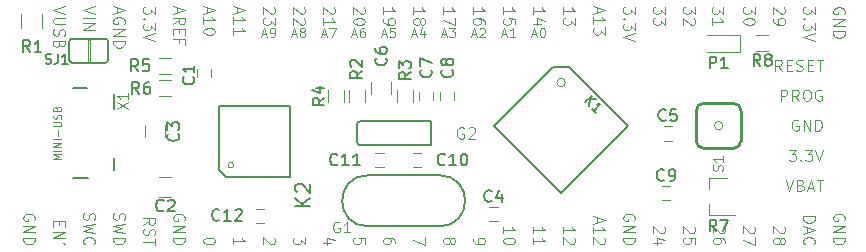
<source format=gbr>
G04 #@! TF.GenerationSoftware,KiCad,Pcbnew,(5.1.2)-2*
G04 #@! TF.CreationDate,2019-10-24T20:02:35-04:00*
G04 #@! TF.ProjectId,T32_ref,5433325f-7265-4662-9e6b-696361645f70,rev?*
G04 #@! TF.SameCoordinates,Original*
G04 #@! TF.FileFunction,Legend,Top*
G04 #@! TF.FilePolarity,Positive*
%FSLAX46Y46*%
G04 Gerber Fmt 4.6, Leading zero omitted, Abs format (unit mm)*
G04 Created by KiCad (PCBNEW (5.1.2)-2) date 2019-10-24 20:02:35*
%MOMM*%
%LPD*%
G04 APERTURE LIST*
%ADD10C,0.121920*%
%ADD11C,0.081280*%
%ADD12C,0.203200*%
%ADD13C,0.152400*%
%ADD14C,0.198120*%
%ADD15C,0.114300*%
%ADD16C,0.076200*%
%ADD17C,0.228600*%
%ADD18C,0.066040*%
%ADD19C,0.120000*%
%ADD20C,0.101600*%
%ADD21C,0.100000*%
%ADD22C,0.127000*%
%ADD23C,0.150000*%
%ADD24C,0.050800*%
G04 APERTURE END LIST*
D10*
X117279661Y-94887771D02*
X116314461Y-95209505D01*
X117279661Y-95531238D01*
X117279661Y-95852971D02*
X116498309Y-95852971D01*
X116406385Y-95898933D01*
X116360423Y-95944895D01*
X116314461Y-96036819D01*
X116314461Y-96220667D01*
X116360423Y-96312590D01*
X116406385Y-96358552D01*
X116498309Y-96404514D01*
X117279661Y-96404514D01*
X116360423Y-96818171D02*
X116314461Y-96956057D01*
X116314461Y-97185867D01*
X116360423Y-97277790D01*
X116406385Y-97323752D01*
X116498309Y-97369714D01*
X116590233Y-97369714D01*
X116682157Y-97323752D01*
X116728119Y-97277790D01*
X116774080Y-97185867D01*
X116820042Y-97002019D01*
X116866004Y-96910095D01*
X116911966Y-96864133D01*
X117003890Y-96818171D01*
X117095814Y-96818171D01*
X117187738Y-96864133D01*
X117233700Y-96910095D01*
X117279661Y-97002019D01*
X117279661Y-97231828D01*
X117233700Y-97369714D01*
X116820042Y-98105105D02*
X116774080Y-98242990D01*
X116728119Y-98288952D01*
X116636195Y-98334914D01*
X116498309Y-98334914D01*
X116406385Y-98288952D01*
X116360423Y-98242990D01*
X116314461Y-98151067D01*
X116314461Y-97783371D01*
X117279661Y-97783371D01*
X117279661Y-98105105D01*
X117233700Y-98197028D01*
X117187738Y-98242990D01*
X117095814Y-98288952D01*
X117003890Y-98288952D01*
X116911966Y-98242990D01*
X116866004Y-98197028D01*
X116820042Y-98105105D01*
X116820042Y-97783371D01*
X119819661Y-94887771D02*
X118854461Y-95209505D01*
X119819661Y-95531238D01*
X118854461Y-95852971D02*
X119819661Y-95852971D01*
X118854461Y-96312590D02*
X119819661Y-96312590D01*
X118854461Y-96864133D01*
X119819661Y-96864133D01*
X121670233Y-94979695D02*
X121670233Y-95439314D01*
X121394461Y-94887771D02*
X122359661Y-95209505D01*
X121394461Y-95531238D01*
X122313700Y-96358552D02*
X122359661Y-96266628D01*
X122359661Y-96128743D01*
X122313700Y-95990857D01*
X122221776Y-95898933D01*
X122129852Y-95852971D01*
X121946004Y-95807009D01*
X121808119Y-95807009D01*
X121624271Y-95852971D01*
X121532347Y-95898933D01*
X121440423Y-95990857D01*
X121394461Y-96128743D01*
X121394461Y-96220667D01*
X121440423Y-96358552D01*
X121486385Y-96404514D01*
X121808119Y-96404514D01*
X121808119Y-96220667D01*
X121394461Y-96818171D02*
X122359661Y-96818171D01*
X121394461Y-97369714D01*
X122359661Y-97369714D01*
X121394461Y-97829333D02*
X122359661Y-97829333D01*
X122359661Y-98059143D01*
X122313700Y-98197028D01*
X122221776Y-98288952D01*
X122129852Y-98334914D01*
X121946004Y-98380876D01*
X121808119Y-98380876D01*
X121624271Y-98334914D01*
X121532347Y-98288952D01*
X121440423Y-98197028D01*
X121394461Y-98059143D01*
X121394461Y-97829333D01*
X124899661Y-94933733D02*
X124899661Y-95531238D01*
X124531966Y-95209505D01*
X124531966Y-95347390D01*
X124486004Y-95439314D01*
X124440042Y-95485276D01*
X124348119Y-95531238D01*
X124118309Y-95531238D01*
X124026385Y-95485276D01*
X123980423Y-95439314D01*
X123934461Y-95347390D01*
X123934461Y-95071619D01*
X123980423Y-94979695D01*
X124026385Y-94933733D01*
X124026385Y-95944895D02*
X123980423Y-95990857D01*
X123934461Y-95944895D01*
X123980423Y-95898933D01*
X124026385Y-95944895D01*
X123934461Y-95944895D01*
X124899661Y-96312590D02*
X124899661Y-96910095D01*
X124531966Y-96588362D01*
X124531966Y-96726248D01*
X124486004Y-96818171D01*
X124440042Y-96864133D01*
X124348119Y-96910095D01*
X124118309Y-96910095D01*
X124026385Y-96864133D01*
X123980423Y-96818171D01*
X123934461Y-96726248D01*
X123934461Y-96450476D01*
X123980423Y-96358552D01*
X124026385Y-96312590D01*
X124899661Y-97185867D02*
X123934461Y-97507600D01*
X124899661Y-97829333D01*
X126750233Y-94979695D02*
X126750233Y-95439314D01*
X126474461Y-94887771D02*
X127439661Y-95209505D01*
X126474461Y-95531238D01*
X126474461Y-96404514D02*
X126934080Y-96082781D01*
X126474461Y-95852971D02*
X127439661Y-95852971D01*
X127439661Y-96220667D01*
X127393700Y-96312590D01*
X127347738Y-96358552D01*
X127255814Y-96404514D01*
X127117928Y-96404514D01*
X127026004Y-96358552D01*
X126980042Y-96312590D01*
X126934080Y-96220667D01*
X126934080Y-95852971D01*
X126980042Y-96818171D02*
X126980042Y-97139905D01*
X126474461Y-97277790D02*
X126474461Y-96818171D01*
X127439661Y-96818171D01*
X127439661Y-97277790D01*
X126980042Y-98013181D02*
X126980042Y-97691448D01*
X126474461Y-97691448D02*
X127439661Y-97691448D01*
X127439661Y-98151067D01*
X129290233Y-94979695D02*
X129290233Y-95439314D01*
X129014461Y-94887771D02*
X129979661Y-95209505D01*
X129014461Y-95531238D01*
X129014461Y-96358552D02*
X129014461Y-95807009D01*
X129014461Y-96082781D02*
X129979661Y-96082781D01*
X129841776Y-95990857D01*
X129749852Y-95898933D01*
X129703890Y-95807009D01*
X129979661Y-96956057D02*
X129979661Y-97047981D01*
X129933700Y-97139905D01*
X129887738Y-97185867D01*
X129795814Y-97231828D01*
X129611966Y-97277790D01*
X129382157Y-97277790D01*
X129198309Y-97231828D01*
X129106385Y-97185867D01*
X129060423Y-97139905D01*
X129014461Y-97047981D01*
X129014461Y-96956057D01*
X129060423Y-96864133D01*
X129106385Y-96818171D01*
X129198309Y-96772209D01*
X129382157Y-96726248D01*
X129611966Y-96726248D01*
X129795814Y-96772209D01*
X129887738Y-96818171D01*
X129933700Y-96864133D01*
X129979661Y-96956057D01*
X131830233Y-94979695D02*
X131830233Y-95439314D01*
X131554461Y-94887771D02*
X132519661Y-95209505D01*
X131554461Y-95531238D01*
X131554461Y-96358552D02*
X131554461Y-95807009D01*
X131554461Y-96082781D02*
X132519661Y-96082781D01*
X132381776Y-95990857D01*
X132289852Y-95898933D01*
X132243890Y-95807009D01*
X131554461Y-97277790D02*
X131554461Y-96726248D01*
X131554461Y-97002019D02*
X132519661Y-97002019D01*
X132381776Y-96910095D01*
X132289852Y-96818171D01*
X132243890Y-96726248D01*
X134967738Y-94979695D02*
X135013700Y-95025657D01*
X135059661Y-95117581D01*
X135059661Y-95347390D01*
X135013700Y-95439314D01*
X134967738Y-95485276D01*
X134875814Y-95531238D01*
X134783890Y-95531238D01*
X134646004Y-95485276D01*
X134094461Y-94933733D01*
X134094461Y-95531238D01*
X135059661Y-95852971D02*
X135059661Y-96450476D01*
X134691966Y-96128743D01*
X134691966Y-96266628D01*
X134646004Y-96358552D01*
X134600042Y-96404514D01*
X134508119Y-96450476D01*
X134278309Y-96450476D01*
X134186385Y-96404514D01*
X134140423Y-96358552D01*
X134094461Y-96266628D01*
X134094461Y-95990857D01*
X134140423Y-95898933D01*
X134186385Y-95852971D01*
X137507738Y-94979695D02*
X137553700Y-95025657D01*
X137599661Y-95117581D01*
X137599661Y-95347390D01*
X137553700Y-95439314D01*
X137507738Y-95485276D01*
X137415814Y-95531238D01*
X137323890Y-95531238D01*
X137186004Y-95485276D01*
X136634461Y-94933733D01*
X136634461Y-95531238D01*
X137507738Y-95898933D02*
X137553700Y-95944895D01*
X137599661Y-96036819D01*
X137599661Y-96266628D01*
X137553700Y-96358552D01*
X137507738Y-96404514D01*
X137415814Y-96450476D01*
X137323890Y-96450476D01*
X137186004Y-96404514D01*
X136634461Y-95852971D01*
X136634461Y-96450476D01*
X140047738Y-94979695D02*
X140093700Y-95025657D01*
X140139661Y-95117581D01*
X140139661Y-95347390D01*
X140093700Y-95439314D01*
X140047738Y-95485276D01*
X139955814Y-95531238D01*
X139863890Y-95531238D01*
X139726004Y-95485276D01*
X139174461Y-94933733D01*
X139174461Y-95531238D01*
X139174461Y-96450476D02*
X139174461Y-95898933D01*
X139174461Y-96174705D02*
X140139661Y-96174705D01*
X140001776Y-96082781D01*
X139909852Y-95990857D01*
X139863890Y-95898933D01*
X142587738Y-94979695D02*
X142633700Y-95025657D01*
X142679661Y-95117581D01*
X142679661Y-95347390D01*
X142633700Y-95439314D01*
X142587738Y-95485276D01*
X142495814Y-95531238D01*
X142403890Y-95531238D01*
X142266004Y-95485276D01*
X141714461Y-94933733D01*
X141714461Y-95531238D01*
X142679661Y-96128743D02*
X142679661Y-96220667D01*
X142633700Y-96312590D01*
X142587738Y-96358552D01*
X142495814Y-96404514D01*
X142311966Y-96450476D01*
X142082157Y-96450476D01*
X141898309Y-96404514D01*
X141806385Y-96358552D01*
X141760423Y-96312590D01*
X141714461Y-96220667D01*
X141714461Y-96128743D01*
X141760423Y-96036819D01*
X141806385Y-95990857D01*
X141898309Y-95944895D01*
X142082157Y-95898933D01*
X142311966Y-95898933D01*
X142495814Y-95944895D01*
X142587738Y-95990857D01*
X142633700Y-96036819D01*
X142679661Y-96128743D01*
X144254461Y-95531238D02*
X144254461Y-94979695D01*
X144254461Y-95255467D02*
X145219661Y-95255467D01*
X145081776Y-95163543D01*
X144989852Y-95071619D01*
X144943890Y-94979695D01*
X144254461Y-95990857D02*
X144254461Y-96174705D01*
X144300423Y-96266628D01*
X144346385Y-96312590D01*
X144484271Y-96404514D01*
X144668119Y-96450476D01*
X145035814Y-96450476D01*
X145127738Y-96404514D01*
X145173700Y-96358552D01*
X145219661Y-96266628D01*
X145219661Y-96082781D01*
X145173700Y-95990857D01*
X145127738Y-95944895D01*
X145035814Y-95898933D01*
X144806004Y-95898933D01*
X144714080Y-95944895D01*
X144668119Y-95990857D01*
X144622157Y-96082781D01*
X144622157Y-96266628D01*
X144668119Y-96358552D01*
X144714080Y-96404514D01*
X144806004Y-96450476D01*
X146794461Y-95531238D02*
X146794461Y-94979695D01*
X146794461Y-95255467D02*
X147759661Y-95255467D01*
X147621776Y-95163543D01*
X147529852Y-95071619D01*
X147483890Y-94979695D01*
X147346004Y-96082781D02*
X147391966Y-95990857D01*
X147437928Y-95944895D01*
X147529852Y-95898933D01*
X147575814Y-95898933D01*
X147667738Y-95944895D01*
X147713700Y-95990857D01*
X147759661Y-96082781D01*
X147759661Y-96266628D01*
X147713700Y-96358552D01*
X147667738Y-96404514D01*
X147575814Y-96450476D01*
X147529852Y-96450476D01*
X147437928Y-96404514D01*
X147391966Y-96358552D01*
X147346004Y-96266628D01*
X147346004Y-96082781D01*
X147300042Y-95990857D01*
X147254080Y-95944895D01*
X147162157Y-95898933D01*
X146978309Y-95898933D01*
X146886385Y-95944895D01*
X146840423Y-95990857D01*
X146794461Y-96082781D01*
X146794461Y-96266628D01*
X146840423Y-96358552D01*
X146886385Y-96404514D01*
X146978309Y-96450476D01*
X147162157Y-96450476D01*
X147254080Y-96404514D01*
X147300042Y-96358552D01*
X147346004Y-96266628D01*
X149334461Y-95531238D02*
X149334461Y-94979695D01*
X149334461Y-95255467D02*
X150299661Y-95255467D01*
X150161776Y-95163543D01*
X150069852Y-95071619D01*
X150023890Y-94979695D01*
X150299661Y-95852971D02*
X150299661Y-96496438D01*
X149334461Y-96082781D01*
X151874461Y-95531238D02*
X151874461Y-94979695D01*
X151874461Y-95255467D02*
X152839661Y-95255467D01*
X152701776Y-95163543D01*
X152609852Y-95071619D01*
X152563890Y-94979695D01*
X152839661Y-96358552D02*
X152839661Y-96174705D01*
X152793700Y-96082781D01*
X152747738Y-96036819D01*
X152609852Y-95944895D01*
X152426004Y-95898933D01*
X152058309Y-95898933D01*
X151966385Y-95944895D01*
X151920423Y-95990857D01*
X151874461Y-96082781D01*
X151874461Y-96266628D01*
X151920423Y-96358552D01*
X151966385Y-96404514D01*
X152058309Y-96450476D01*
X152288119Y-96450476D01*
X152380042Y-96404514D01*
X152426004Y-96358552D01*
X152471966Y-96266628D01*
X152471966Y-96082781D01*
X152426004Y-95990857D01*
X152380042Y-95944895D01*
X152288119Y-95898933D01*
X154414461Y-95531238D02*
X154414461Y-94979695D01*
X154414461Y-95255467D02*
X155379661Y-95255467D01*
X155241776Y-95163543D01*
X155149852Y-95071619D01*
X155103890Y-94979695D01*
X155379661Y-96404514D02*
X155379661Y-95944895D01*
X154920042Y-95898933D01*
X154966004Y-95944895D01*
X155011966Y-96036819D01*
X155011966Y-96266628D01*
X154966004Y-96358552D01*
X154920042Y-96404514D01*
X154828119Y-96450476D01*
X154598309Y-96450476D01*
X154506385Y-96404514D01*
X154460423Y-96358552D01*
X154414461Y-96266628D01*
X154414461Y-96036819D01*
X154460423Y-95944895D01*
X154506385Y-95898933D01*
X156954461Y-95531238D02*
X156954461Y-94979695D01*
X156954461Y-95255467D02*
X157919661Y-95255467D01*
X157781776Y-95163543D01*
X157689852Y-95071619D01*
X157643890Y-94979695D01*
X157597928Y-96358552D02*
X156954461Y-96358552D01*
X157965623Y-96128743D02*
X157276195Y-95898933D01*
X157276195Y-96496438D01*
X159494461Y-95531238D02*
X159494461Y-94979695D01*
X159494461Y-95255467D02*
X160459661Y-95255467D01*
X160321776Y-95163543D01*
X160229852Y-95071619D01*
X160183890Y-94979695D01*
X160459661Y-95852971D02*
X160459661Y-96450476D01*
X160091966Y-96128743D01*
X160091966Y-96266628D01*
X160046004Y-96358552D01*
X160000042Y-96404514D01*
X159908119Y-96450476D01*
X159678309Y-96450476D01*
X159586385Y-96404514D01*
X159540423Y-96358552D01*
X159494461Y-96266628D01*
X159494461Y-95990857D01*
X159540423Y-95898933D01*
X159586385Y-95852971D01*
X162310233Y-94979695D02*
X162310233Y-95439314D01*
X162034461Y-94887771D02*
X162999661Y-95209505D01*
X162034461Y-95531238D01*
X162034461Y-96358552D02*
X162034461Y-95807009D01*
X162034461Y-96082781D02*
X162999661Y-96082781D01*
X162861776Y-95990857D01*
X162769852Y-95898933D01*
X162723890Y-95807009D01*
X162999661Y-96680286D02*
X162999661Y-97277790D01*
X162631966Y-96956057D01*
X162631966Y-97093943D01*
X162586004Y-97185867D01*
X162540042Y-97231828D01*
X162448119Y-97277790D01*
X162218309Y-97277790D01*
X162126385Y-97231828D01*
X162080423Y-97185867D01*
X162034461Y-97093943D01*
X162034461Y-96818171D01*
X162080423Y-96726248D01*
X162126385Y-96680286D01*
X165539661Y-94933733D02*
X165539661Y-95531238D01*
X165171966Y-95209505D01*
X165171966Y-95347390D01*
X165126004Y-95439314D01*
X165080042Y-95485276D01*
X164988119Y-95531238D01*
X164758309Y-95531238D01*
X164666385Y-95485276D01*
X164620423Y-95439314D01*
X164574461Y-95347390D01*
X164574461Y-95071619D01*
X164620423Y-94979695D01*
X164666385Y-94933733D01*
X164666385Y-95944895D02*
X164620423Y-95990857D01*
X164574461Y-95944895D01*
X164620423Y-95898933D01*
X164666385Y-95944895D01*
X164574461Y-95944895D01*
X165539661Y-96312590D02*
X165539661Y-96910095D01*
X165171966Y-96588362D01*
X165171966Y-96726248D01*
X165126004Y-96818171D01*
X165080042Y-96864133D01*
X164988119Y-96910095D01*
X164758309Y-96910095D01*
X164666385Y-96864133D01*
X164620423Y-96818171D01*
X164574461Y-96726248D01*
X164574461Y-96450476D01*
X164620423Y-96358552D01*
X164666385Y-96312590D01*
X165539661Y-97185867D02*
X164574461Y-97507600D01*
X165539661Y-97829333D01*
X168079661Y-94933733D02*
X168079661Y-95531238D01*
X167711966Y-95209505D01*
X167711966Y-95347390D01*
X167666004Y-95439314D01*
X167620042Y-95485276D01*
X167528119Y-95531238D01*
X167298309Y-95531238D01*
X167206385Y-95485276D01*
X167160423Y-95439314D01*
X167114461Y-95347390D01*
X167114461Y-95071619D01*
X167160423Y-94979695D01*
X167206385Y-94933733D01*
X168079661Y-95852971D02*
X168079661Y-96450476D01*
X167711966Y-96128743D01*
X167711966Y-96266628D01*
X167666004Y-96358552D01*
X167620042Y-96404514D01*
X167528119Y-96450476D01*
X167298309Y-96450476D01*
X167206385Y-96404514D01*
X167160423Y-96358552D01*
X167114461Y-96266628D01*
X167114461Y-95990857D01*
X167160423Y-95898933D01*
X167206385Y-95852971D01*
X170619661Y-94933733D02*
X170619661Y-95531238D01*
X170251966Y-95209505D01*
X170251966Y-95347390D01*
X170206004Y-95439314D01*
X170160042Y-95485276D01*
X170068119Y-95531238D01*
X169838309Y-95531238D01*
X169746385Y-95485276D01*
X169700423Y-95439314D01*
X169654461Y-95347390D01*
X169654461Y-95071619D01*
X169700423Y-94979695D01*
X169746385Y-94933733D01*
X170527738Y-95898933D02*
X170573700Y-95944895D01*
X170619661Y-96036819D01*
X170619661Y-96266628D01*
X170573700Y-96358552D01*
X170527738Y-96404514D01*
X170435814Y-96450476D01*
X170343890Y-96450476D01*
X170206004Y-96404514D01*
X169654461Y-95852971D01*
X169654461Y-96450476D01*
X173032661Y-94933733D02*
X173032661Y-95531238D01*
X172664966Y-95209505D01*
X172664966Y-95347390D01*
X172619004Y-95439314D01*
X172573042Y-95485276D01*
X172481119Y-95531238D01*
X172251309Y-95531238D01*
X172159385Y-95485276D01*
X172113423Y-95439314D01*
X172067461Y-95347390D01*
X172067461Y-95071619D01*
X172113423Y-94979695D01*
X172159385Y-94933733D01*
X172067461Y-96450476D02*
X172067461Y-95898933D01*
X172067461Y-96174705D02*
X173032661Y-96174705D01*
X172894776Y-96082781D01*
X172802852Y-95990857D01*
X172756890Y-95898933D01*
X175699661Y-94933733D02*
X175699661Y-95531238D01*
X175331966Y-95209505D01*
X175331966Y-95347390D01*
X175286004Y-95439314D01*
X175240042Y-95485276D01*
X175148119Y-95531238D01*
X174918309Y-95531238D01*
X174826385Y-95485276D01*
X174780423Y-95439314D01*
X174734461Y-95347390D01*
X174734461Y-95071619D01*
X174780423Y-94979695D01*
X174826385Y-94933733D01*
X175699661Y-96128743D02*
X175699661Y-96220667D01*
X175653700Y-96312590D01*
X175607738Y-96358552D01*
X175515814Y-96404514D01*
X175331966Y-96450476D01*
X175102157Y-96450476D01*
X174918309Y-96404514D01*
X174826385Y-96358552D01*
X174780423Y-96312590D01*
X174734461Y-96220667D01*
X174734461Y-96128743D01*
X174780423Y-96036819D01*
X174826385Y-95990857D01*
X174918309Y-95944895D01*
X175102157Y-95898933D01*
X175331966Y-95898933D01*
X175515814Y-95944895D01*
X175607738Y-95990857D01*
X175653700Y-96036819D01*
X175699661Y-96128743D01*
X178147738Y-94979695D02*
X178193700Y-95025657D01*
X178239661Y-95117581D01*
X178239661Y-95347390D01*
X178193700Y-95439314D01*
X178147738Y-95485276D01*
X178055814Y-95531238D01*
X177963890Y-95531238D01*
X177826004Y-95485276D01*
X177274461Y-94933733D01*
X177274461Y-95531238D01*
X177274461Y-95990857D02*
X177274461Y-96174705D01*
X177320423Y-96266628D01*
X177366385Y-96312590D01*
X177504271Y-96404514D01*
X177688119Y-96450476D01*
X178055814Y-96450476D01*
X178147738Y-96404514D01*
X178193700Y-96358552D01*
X178239661Y-96266628D01*
X178239661Y-96082781D01*
X178193700Y-95990857D01*
X178147738Y-95944895D01*
X178055814Y-95898933D01*
X177826004Y-95898933D01*
X177734080Y-95944895D01*
X177688119Y-95990857D01*
X177642157Y-96082781D01*
X177642157Y-96266628D01*
X177688119Y-96358552D01*
X177734080Y-96404514D01*
X177826004Y-96450476D01*
X180779661Y-94933733D02*
X180779661Y-95531238D01*
X180411966Y-95209505D01*
X180411966Y-95347390D01*
X180366004Y-95439314D01*
X180320042Y-95485276D01*
X180228119Y-95531238D01*
X179998309Y-95531238D01*
X179906385Y-95485276D01*
X179860423Y-95439314D01*
X179814461Y-95347390D01*
X179814461Y-95071619D01*
X179860423Y-94979695D01*
X179906385Y-94933733D01*
X179906385Y-95944895D02*
X179860423Y-95990857D01*
X179814461Y-95944895D01*
X179860423Y-95898933D01*
X179906385Y-95944895D01*
X179814461Y-95944895D01*
X180779661Y-96312590D02*
X180779661Y-96910095D01*
X180411966Y-96588362D01*
X180411966Y-96726248D01*
X180366004Y-96818171D01*
X180320042Y-96864133D01*
X180228119Y-96910095D01*
X179998309Y-96910095D01*
X179906385Y-96864133D01*
X179860423Y-96818171D01*
X179814461Y-96726248D01*
X179814461Y-96450476D01*
X179860423Y-96358552D01*
X179906385Y-96312590D01*
X180779661Y-97185867D02*
X179814461Y-97507600D01*
X180779661Y-97829333D01*
X183273700Y-95531238D02*
X183319661Y-95439314D01*
X183319661Y-95301428D01*
X183273700Y-95163543D01*
X183181776Y-95071619D01*
X183089852Y-95025657D01*
X182906004Y-94979695D01*
X182768119Y-94979695D01*
X182584271Y-95025657D01*
X182492347Y-95071619D01*
X182400423Y-95163543D01*
X182354461Y-95301428D01*
X182354461Y-95393352D01*
X182400423Y-95531238D01*
X182446385Y-95577200D01*
X182768119Y-95577200D01*
X182768119Y-95393352D01*
X182354461Y-95990857D02*
X183319661Y-95990857D01*
X182354461Y-96542400D01*
X183319661Y-96542400D01*
X182354461Y-97002019D02*
X183319661Y-97002019D01*
X183319661Y-97231828D01*
X183273700Y-97369714D01*
X183181776Y-97461638D01*
X183089852Y-97507600D01*
X182906004Y-97553562D01*
X182768119Y-97553562D01*
X182584271Y-97507600D01*
X182492347Y-97461638D01*
X182400423Y-97369714D01*
X182354461Y-97231828D01*
X182354461Y-97002019D01*
X183273700Y-113005180D02*
X183319661Y-112913256D01*
X183319661Y-112775371D01*
X183273700Y-112637485D01*
X183181776Y-112545561D01*
X183089852Y-112499599D01*
X182906004Y-112453637D01*
X182768119Y-112453637D01*
X182584271Y-112499599D01*
X182492347Y-112545561D01*
X182400423Y-112637485D01*
X182354461Y-112775371D01*
X182354461Y-112867294D01*
X182400423Y-113005180D01*
X182446385Y-113051142D01*
X182768119Y-113051142D01*
X182768119Y-112867294D01*
X182354461Y-113464799D02*
X183319661Y-113464799D01*
X182354461Y-114016342D01*
X183319661Y-114016342D01*
X182354461Y-114475961D02*
X183319661Y-114475961D01*
X183319661Y-114705771D01*
X183273700Y-114843656D01*
X183181776Y-114935580D01*
X183089852Y-114981542D01*
X182906004Y-115027504D01*
X182768119Y-115027504D01*
X182584271Y-114981542D01*
X182492347Y-114935580D01*
X182400423Y-114843656D01*
X182354461Y-114705771D01*
X182354461Y-114475961D01*
X179814461Y-112683447D02*
X180779661Y-112683447D01*
X180779661Y-112913256D01*
X180733700Y-113051142D01*
X180641776Y-113143066D01*
X180549852Y-113189028D01*
X180366004Y-113234990D01*
X180228119Y-113234990D01*
X180044271Y-113189028D01*
X179952347Y-113143066D01*
X179860423Y-113051142D01*
X179814461Y-112913256D01*
X179814461Y-112683447D01*
X180090233Y-113602685D02*
X180090233Y-114062304D01*
X179814461Y-113510761D02*
X180779661Y-113832494D01*
X179814461Y-114154228D01*
X179906385Y-115027504D02*
X179860423Y-114981542D01*
X179814461Y-114843656D01*
X179814461Y-114751732D01*
X179860423Y-114613847D01*
X179952347Y-114521923D01*
X180044271Y-114475961D01*
X180228119Y-114429999D01*
X180366004Y-114429999D01*
X180549852Y-114475961D01*
X180641776Y-114521923D01*
X180733700Y-114613847D01*
X180779661Y-114751732D01*
X180779661Y-114843656D01*
X180733700Y-114981542D01*
X180687738Y-115027504D01*
X178147738Y-113556723D02*
X178193700Y-113602685D01*
X178239661Y-113694609D01*
X178239661Y-113924418D01*
X178193700Y-114016342D01*
X178147738Y-114062304D01*
X178055814Y-114108266D01*
X177963890Y-114108266D01*
X177826004Y-114062304D01*
X177274461Y-113510761D01*
X177274461Y-114108266D01*
X177826004Y-114659809D02*
X177871966Y-114567885D01*
X177917928Y-114521923D01*
X178009852Y-114475961D01*
X178055814Y-114475961D01*
X178147738Y-114521923D01*
X178193700Y-114567885D01*
X178239661Y-114659809D01*
X178239661Y-114843656D01*
X178193700Y-114935580D01*
X178147738Y-114981542D01*
X178055814Y-115027504D01*
X178009852Y-115027504D01*
X177917928Y-114981542D01*
X177871966Y-114935580D01*
X177826004Y-114843656D01*
X177826004Y-114659809D01*
X177780042Y-114567885D01*
X177734080Y-114521923D01*
X177642157Y-114475961D01*
X177458309Y-114475961D01*
X177366385Y-114521923D01*
X177320423Y-114567885D01*
X177274461Y-114659809D01*
X177274461Y-114843656D01*
X177320423Y-114935580D01*
X177366385Y-114981542D01*
X177458309Y-115027504D01*
X177642157Y-115027504D01*
X177734080Y-114981542D01*
X177780042Y-114935580D01*
X177826004Y-114843656D01*
X175607738Y-113556723D02*
X175653700Y-113602685D01*
X175699661Y-113694609D01*
X175699661Y-113924418D01*
X175653700Y-114016342D01*
X175607738Y-114062304D01*
X175515814Y-114108266D01*
X175423890Y-114108266D01*
X175286004Y-114062304D01*
X174734461Y-113510761D01*
X174734461Y-114108266D01*
X175699661Y-114429999D02*
X175699661Y-115073466D01*
X174734461Y-114659809D01*
X173067738Y-113556723D02*
X173113700Y-113602685D01*
X173159661Y-113694609D01*
X173159661Y-113924418D01*
X173113700Y-114016342D01*
X173067738Y-114062304D01*
X172975814Y-114108266D01*
X172883890Y-114108266D01*
X172746004Y-114062304D01*
X172194461Y-113510761D01*
X172194461Y-114108266D01*
X173159661Y-114935580D02*
X173159661Y-114751732D01*
X173113700Y-114659809D01*
X173067738Y-114613847D01*
X172929852Y-114521923D01*
X172746004Y-114475961D01*
X172378309Y-114475961D01*
X172286385Y-114521923D01*
X172240423Y-114567885D01*
X172194461Y-114659809D01*
X172194461Y-114843656D01*
X172240423Y-114935580D01*
X172286385Y-114981542D01*
X172378309Y-115027504D01*
X172608119Y-115027504D01*
X172700042Y-114981542D01*
X172746004Y-114935580D01*
X172791966Y-114843656D01*
X172791966Y-114659809D01*
X172746004Y-114567885D01*
X172700042Y-114521923D01*
X172608119Y-114475961D01*
X170527738Y-113556723D02*
X170573700Y-113602685D01*
X170619661Y-113694609D01*
X170619661Y-113924418D01*
X170573700Y-114016342D01*
X170527738Y-114062304D01*
X170435814Y-114108266D01*
X170343890Y-114108266D01*
X170206004Y-114062304D01*
X169654461Y-113510761D01*
X169654461Y-114108266D01*
X170619661Y-114981542D02*
X170619661Y-114521923D01*
X170160042Y-114475961D01*
X170206004Y-114521923D01*
X170251966Y-114613847D01*
X170251966Y-114843656D01*
X170206004Y-114935580D01*
X170160042Y-114981542D01*
X170068119Y-115027504D01*
X169838309Y-115027504D01*
X169746385Y-114981542D01*
X169700423Y-114935580D01*
X169654461Y-114843656D01*
X169654461Y-114613847D01*
X169700423Y-114521923D01*
X169746385Y-114475961D01*
X167987738Y-113556723D02*
X168033700Y-113602685D01*
X168079661Y-113694609D01*
X168079661Y-113924418D01*
X168033700Y-114016342D01*
X167987738Y-114062304D01*
X167895814Y-114108266D01*
X167803890Y-114108266D01*
X167666004Y-114062304D01*
X167114461Y-113510761D01*
X167114461Y-114108266D01*
X167757928Y-114935580D02*
X167114461Y-114935580D01*
X168125623Y-114705771D02*
X167436195Y-114475961D01*
X167436195Y-115073466D01*
X165493700Y-113005180D02*
X165539661Y-112913256D01*
X165539661Y-112775371D01*
X165493700Y-112637485D01*
X165401776Y-112545561D01*
X165309852Y-112499599D01*
X165126004Y-112453637D01*
X164988119Y-112453637D01*
X164804271Y-112499599D01*
X164712347Y-112545561D01*
X164620423Y-112637485D01*
X164574461Y-112775371D01*
X164574461Y-112867294D01*
X164620423Y-113005180D01*
X164666385Y-113051142D01*
X164988119Y-113051142D01*
X164988119Y-112867294D01*
X164574461Y-113464799D02*
X165539661Y-113464799D01*
X164574461Y-114016342D01*
X165539661Y-114016342D01*
X164574461Y-114475961D02*
X165539661Y-114475961D01*
X165539661Y-114705771D01*
X165493700Y-114843656D01*
X165401776Y-114935580D01*
X165309852Y-114981542D01*
X165126004Y-115027504D01*
X164988119Y-115027504D01*
X164804271Y-114981542D01*
X164712347Y-114935580D01*
X164620423Y-114843656D01*
X164574461Y-114705771D01*
X164574461Y-114475961D01*
X162310233Y-112729409D02*
X162310233Y-113189028D01*
X162034461Y-112637485D02*
X162999661Y-112959218D01*
X162034461Y-113280952D01*
X162034461Y-114108266D02*
X162034461Y-113556723D01*
X162034461Y-113832494D02*
X162999661Y-113832494D01*
X162861776Y-113740571D01*
X162769852Y-113648647D01*
X162723890Y-113556723D01*
X162907738Y-114475961D02*
X162953700Y-114521923D01*
X162999661Y-114613847D01*
X162999661Y-114843656D01*
X162953700Y-114935580D01*
X162907738Y-114981542D01*
X162815814Y-115027504D01*
X162723890Y-115027504D01*
X162586004Y-114981542D01*
X162034461Y-114429999D01*
X162034461Y-115027504D01*
X159494461Y-114108266D02*
X159494461Y-113556723D01*
X159494461Y-113832494D02*
X160459661Y-113832494D01*
X160321776Y-113740571D01*
X160229852Y-113648647D01*
X160183890Y-113556723D01*
X160367738Y-114475961D02*
X160413700Y-114521923D01*
X160459661Y-114613847D01*
X160459661Y-114843656D01*
X160413700Y-114935580D01*
X160367738Y-114981542D01*
X160275814Y-115027504D01*
X160183890Y-115027504D01*
X160046004Y-114981542D01*
X159494461Y-114429999D01*
X159494461Y-115027504D01*
X156954461Y-114108266D02*
X156954461Y-113556723D01*
X156954461Y-113832494D02*
X157919661Y-113832494D01*
X157781776Y-113740571D01*
X157689852Y-113648647D01*
X157643890Y-113556723D01*
X156954461Y-115027504D02*
X156954461Y-114475961D01*
X156954461Y-114751732D02*
X157919661Y-114751732D01*
X157781776Y-114659809D01*
X157689852Y-114567885D01*
X157643890Y-114475961D01*
X154414461Y-114108266D02*
X154414461Y-113556723D01*
X154414461Y-113832494D02*
X155379661Y-113832494D01*
X155241776Y-113740571D01*
X155149852Y-113648647D01*
X155103890Y-113556723D01*
X155379661Y-114705771D02*
X155379661Y-114797694D01*
X155333700Y-114889618D01*
X155287738Y-114935580D01*
X155195814Y-114981542D01*
X155011966Y-115027504D01*
X154782157Y-115027504D01*
X154598309Y-114981542D01*
X154506385Y-114935580D01*
X154460423Y-114889618D01*
X154414461Y-114797694D01*
X154414461Y-114705771D01*
X154460423Y-114613847D01*
X154506385Y-114567885D01*
X154598309Y-114521923D01*
X154782157Y-114475961D01*
X155011966Y-114475961D01*
X155195814Y-114521923D01*
X155287738Y-114567885D01*
X155333700Y-114613847D01*
X155379661Y-114705771D01*
X151874461Y-114567885D02*
X151874461Y-114751732D01*
X151920423Y-114843656D01*
X151966385Y-114889618D01*
X152104271Y-114981542D01*
X152288119Y-115027504D01*
X152655814Y-115027504D01*
X152747738Y-114981542D01*
X152793700Y-114935580D01*
X152839661Y-114843656D01*
X152839661Y-114659809D01*
X152793700Y-114567885D01*
X152747738Y-114521923D01*
X152655814Y-114475961D01*
X152426004Y-114475961D01*
X152334080Y-114521923D01*
X152288119Y-114567885D01*
X152242157Y-114659809D01*
X152242157Y-114843656D01*
X152288119Y-114935580D01*
X152334080Y-114981542D01*
X152426004Y-115027504D01*
X149886004Y-114659809D02*
X149931966Y-114567885D01*
X149977928Y-114521923D01*
X150069852Y-114475961D01*
X150115814Y-114475961D01*
X150207738Y-114521923D01*
X150253700Y-114567885D01*
X150299661Y-114659809D01*
X150299661Y-114843656D01*
X150253700Y-114935580D01*
X150207738Y-114981542D01*
X150115814Y-115027504D01*
X150069852Y-115027504D01*
X149977928Y-114981542D01*
X149931966Y-114935580D01*
X149886004Y-114843656D01*
X149886004Y-114659809D01*
X149840042Y-114567885D01*
X149794080Y-114521923D01*
X149702157Y-114475961D01*
X149518309Y-114475961D01*
X149426385Y-114521923D01*
X149380423Y-114567885D01*
X149334461Y-114659809D01*
X149334461Y-114843656D01*
X149380423Y-114935580D01*
X149426385Y-114981542D01*
X149518309Y-115027504D01*
X149702157Y-115027504D01*
X149794080Y-114981542D01*
X149840042Y-114935580D01*
X149886004Y-114843656D01*
X147759661Y-114429999D02*
X147759661Y-115073466D01*
X146794461Y-114659809D01*
X145219661Y-114935580D02*
X145219661Y-114751732D01*
X145173700Y-114659809D01*
X145127738Y-114613847D01*
X144989852Y-114521923D01*
X144806004Y-114475961D01*
X144438309Y-114475961D01*
X144346385Y-114521923D01*
X144300423Y-114567885D01*
X144254461Y-114659809D01*
X144254461Y-114843656D01*
X144300423Y-114935580D01*
X144346385Y-114981542D01*
X144438309Y-115027504D01*
X144668119Y-115027504D01*
X144760042Y-114981542D01*
X144806004Y-114935580D01*
X144851966Y-114843656D01*
X144851966Y-114659809D01*
X144806004Y-114567885D01*
X144760042Y-114521923D01*
X144668119Y-114475961D01*
X142679661Y-114981542D02*
X142679661Y-114521923D01*
X142220042Y-114475961D01*
X142266004Y-114521923D01*
X142311966Y-114613847D01*
X142311966Y-114843656D01*
X142266004Y-114935580D01*
X142220042Y-114981542D01*
X142128119Y-115027504D01*
X141898309Y-115027504D01*
X141806385Y-114981542D01*
X141760423Y-114935580D01*
X141714461Y-114843656D01*
X141714461Y-114613847D01*
X141760423Y-114521923D01*
X141806385Y-114475961D01*
X139817928Y-114935580D02*
X139174461Y-114935580D01*
X140185623Y-114705771D02*
X139496195Y-114475961D01*
X139496195Y-115073466D01*
X137599661Y-114429999D02*
X137599661Y-115027504D01*
X137231966Y-114705771D01*
X137231966Y-114843656D01*
X137186004Y-114935580D01*
X137140042Y-114981542D01*
X137048119Y-115027504D01*
X136818309Y-115027504D01*
X136726385Y-114981542D01*
X136680423Y-114935580D01*
X136634461Y-114843656D01*
X136634461Y-114567885D01*
X136680423Y-114475961D01*
X136726385Y-114429999D01*
X134967738Y-114475961D02*
X135013700Y-114521923D01*
X135059661Y-114613847D01*
X135059661Y-114843656D01*
X135013700Y-114935580D01*
X134967738Y-114981542D01*
X134875814Y-115027504D01*
X134783890Y-115027504D01*
X134646004Y-114981542D01*
X134094461Y-114429999D01*
X134094461Y-115027504D01*
X131554461Y-115027504D02*
X131554461Y-114475961D01*
X131554461Y-114751732D02*
X132519661Y-114751732D01*
X132381776Y-114659809D01*
X132289852Y-114567885D01*
X132243890Y-114475961D01*
X129979661Y-114705771D02*
X129979661Y-114797694D01*
X129933700Y-114889618D01*
X129887738Y-114935580D01*
X129795814Y-114981542D01*
X129611966Y-115027504D01*
X129382157Y-115027504D01*
X129198309Y-114981542D01*
X129106385Y-114935580D01*
X129060423Y-114889618D01*
X129014461Y-114797694D01*
X129014461Y-114705771D01*
X129060423Y-114613847D01*
X129106385Y-114567885D01*
X129198309Y-114521923D01*
X129382157Y-114475961D01*
X129611966Y-114475961D01*
X129795814Y-114521923D01*
X129887738Y-114567885D01*
X129933700Y-114613847D01*
X129979661Y-114705771D01*
X127393700Y-113005180D02*
X127439661Y-112913256D01*
X127439661Y-112775371D01*
X127393700Y-112637485D01*
X127301776Y-112545561D01*
X127209852Y-112499599D01*
X127026004Y-112453637D01*
X126888119Y-112453637D01*
X126704271Y-112499599D01*
X126612347Y-112545561D01*
X126520423Y-112637485D01*
X126474461Y-112775371D01*
X126474461Y-112867294D01*
X126520423Y-113005180D01*
X126566385Y-113051142D01*
X126888119Y-113051142D01*
X126888119Y-112867294D01*
X126474461Y-113464799D02*
X127439661Y-113464799D01*
X126474461Y-114016342D01*
X127439661Y-114016342D01*
X126474461Y-114475961D02*
X127439661Y-114475961D01*
X127439661Y-114705771D01*
X127393700Y-114843656D01*
X127301776Y-114935580D01*
X127209852Y-114981542D01*
X127026004Y-115027504D01*
X126888119Y-115027504D01*
X126704271Y-114981542D01*
X126612347Y-114935580D01*
X126520423Y-114843656D01*
X126474461Y-114705771D01*
X126474461Y-114475961D01*
X123934461Y-113372875D02*
X124394080Y-113051142D01*
X123934461Y-112821332D02*
X124899661Y-112821332D01*
X124899661Y-113189028D01*
X124853700Y-113280952D01*
X124807738Y-113326913D01*
X124715814Y-113372875D01*
X124577928Y-113372875D01*
X124486004Y-113326913D01*
X124440042Y-113280952D01*
X124394080Y-113189028D01*
X124394080Y-112821332D01*
X123980423Y-113740571D02*
X123934461Y-113878456D01*
X123934461Y-114108266D01*
X123980423Y-114200190D01*
X124026385Y-114246152D01*
X124118309Y-114292113D01*
X124210233Y-114292113D01*
X124302157Y-114246152D01*
X124348119Y-114200190D01*
X124394080Y-114108266D01*
X124440042Y-113924418D01*
X124486004Y-113832494D01*
X124531966Y-113786532D01*
X124623890Y-113740571D01*
X124715814Y-113740571D01*
X124807738Y-113786532D01*
X124853700Y-113832494D01*
X124899661Y-113924418D01*
X124899661Y-114154228D01*
X124853700Y-114292113D01*
X124899661Y-114567885D02*
X124899661Y-115119428D01*
X123934461Y-114843656D02*
X124899661Y-114843656D01*
X121440423Y-112407675D02*
X121394461Y-112545561D01*
X121394461Y-112775371D01*
X121440423Y-112867294D01*
X121486385Y-112913256D01*
X121578309Y-112959218D01*
X121670233Y-112959218D01*
X121762157Y-112913256D01*
X121808119Y-112867294D01*
X121854080Y-112775371D01*
X121900042Y-112591523D01*
X121946004Y-112499599D01*
X121991966Y-112453637D01*
X122083890Y-112407675D01*
X122175814Y-112407675D01*
X122267738Y-112453637D01*
X122313700Y-112499599D01*
X122359661Y-112591523D01*
X122359661Y-112821332D01*
X122313700Y-112959218D01*
X122359661Y-113280952D02*
X121394461Y-113510761D01*
X122083890Y-113694609D01*
X121394461Y-113878456D01*
X122359661Y-114108266D01*
X121394461Y-114475961D02*
X122359661Y-114475961D01*
X122359661Y-114705771D01*
X122313700Y-114843656D01*
X122221776Y-114935580D01*
X122129852Y-114981542D01*
X121946004Y-115027504D01*
X121808119Y-115027504D01*
X121624271Y-114981542D01*
X121532347Y-114935580D01*
X121440423Y-114843656D01*
X121394461Y-114705771D01*
X121394461Y-114475961D01*
X118900423Y-112407675D02*
X118854461Y-112545561D01*
X118854461Y-112775371D01*
X118900423Y-112867294D01*
X118946385Y-112913256D01*
X119038309Y-112959218D01*
X119130233Y-112959218D01*
X119222157Y-112913256D01*
X119268119Y-112867294D01*
X119314080Y-112775371D01*
X119360042Y-112591523D01*
X119406004Y-112499599D01*
X119451966Y-112453637D01*
X119543890Y-112407675D01*
X119635814Y-112407675D01*
X119727738Y-112453637D01*
X119773700Y-112499599D01*
X119819661Y-112591523D01*
X119819661Y-112821332D01*
X119773700Y-112959218D01*
X119819661Y-113280952D02*
X118854461Y-113510761D01*
X119543890Y-113694609D01*
X118854461Y-113878456D01*
X119819661Y-114108266D01*
X118946385Y-115027504D02*
X118900423Y-114981542D01*
X118854461Y-114843656D01*
X118854461Y-114751732D01*
X118900423Y-114613847D01*
X118992347Y-114521923D01*
X119084271Y-114475961D01*
X119268119Y-114429999D01*
X119406004Y-114429999D01*
X119589852Y-114475961D01*
X119681776Y-114521923D01*
X119773700Y-114613847D01*
X119819661Y-114751732D01*
X119819661Y-114843656D01*
X119773700Y-114981542D01*
X119727738Y-115027504D01*
X116820042Y-113097104D02*
X116820042Y-113418837D01*
X116314461Y-113556723D02*
X116314461Y-113097104D01*
X117279661Y-113097104D01*
X117279661Y-113556723D01*
X116314461Y-113970380D02*
X117279661Y-113970380D01*
X116314461Y-114521923D01*
X117279661Y-114521923D01*
X117279661Y-115027504D02*
X117095814Y-114935580D01*
X114693700Y-113005180D02*
X114739661Y-112913256D01*
X114739661Y-112775371D01*
X114693700Y-112637485D01*
X114601776Y-112545561D01*
X114509852Y-112499599D01*
X114326004Y-112453637D01*
X114188119Y-112453637D01*
X114004271Y-112499599D01*
X113912347Y-112545561D01*
X113820423Y-112637485D01*
X113774461Y-112775371D01*
X113774461Y-112867294D01*
X113820423Y-113005180D01*
X113866385Y-113051142D01*
X114188119Y-113051142D01*
X114188119Y-112867294D01*
X113774461Y-113464799D02*
X114739661Y-113464799D01*
X113774461Y-114016342D01*
X114739661Y-114016342D01*
X113774461Y-114475961D02*
X114739661Y-114475961D01*
X114739661Y-114705771D01*
X114693700Y-114843656D01*
X114601776Y-114935580D01*
X114509852Y-114981542D01*
X114326004Y-115027504D01*
X114188119Y-115027504D01*
X114004271Y-114981542D01*
X113912347Y-114935580D01*
X113820423Y-114843656D01*
X113774461Y-114705771D01*
X113774461Y-114475961D01*
X177983823Y-100360238D02*
X177662090Y-99900619D01*
X177432280Y-100360238D02*
X177432280Y-99395038D01*
X177799975Y-99395038D01*
X177891899Y-99441000D01*
X177937861Y-99486961D01*
X177983823Y-99578885D01*
X177983823Y-99716771D01*
X177937861Y-99808695D01*
X177891899Y-99854657D01*
X177799975Y-99900619D01*
X177432280Y-99900619D01*
X178397480Y-99854657D02*
X178719213Y-99854657D01*
X178857099Y-100360238D02*
X178397480Y-100360238D01*
X178397480Y-99395038D01*
X178857099Y-99395038D01*
X179224794Y-100314276D02*
X179362680Y-100360238D01*
X179592490Y-100360238D01*
X179684413Y-100314276D01*
X179730375Y-100268314D01*
X179776337Y-100176390D01*
X179776337Y-100084466D01*
X179730375Y-99992542D01*
X179684413Y-99946580D01*
X179592490Y-99900619D01*
X179408642Y-99854657D01*
X179316718Y-99808695D01*
X179270756Y-99762733D01*
X179224794Y-99670809D01*
X179224794Y-99578885D01*
X179270756Y-99486961D01*
X179316718Y-99441000D01*
X179408642Y-99395038D01*
X179638452Y-99395038D01*
X179776337Y-99441000D01*
X180189994Y-99854657D02*
X180511728Y-99854657D01*
X180649613Y-100360238D02*
X180189994Y-100360238D01*
X180189994Y-99395038D01*
X180649613Y-99395038D01*
X180925385Y-99395038D02*
X181476928Y-99395038D01*
X181201156Y-100360238D02*
X181201156Y-99395038D01*
X177891899Y-102900238D02*
X177891899Y-101935038D01*
X178259594Y-101935038D01*
X178351518Y-101981000D01*
X178397480Y-102026961D01*
X178443442Y-102118885D01*
X178443442Y-102256771D01*
X178397480Y-102348695D01*
X178351518Y-102394657D01*
X178259594Y-102440619D01*
X177891899Y-102440619D01*
X179408642Y-102900238D02*
X179086909Y-102440619D01*
X178857099Y-102900238D02*
X178857099Y-101935038D01*
X179224794Y-101935038D01*
X179316718Y-101981000D01*
X179362680Y-102026961D01*
X179408642Y-102118885D01*
X179408642Y-102256771D01*
X179362680Y-102348695D01*
X179316718Y-102394657D01*
X179224794Y-102440619D01*
X178857099Y-102440619D01*
X180006147Y-101935038D02*
X180189994Y-101935038D01*
X180281918Y-101981000D01*
X180373842Y-102072923D01*
X180419804Y-102256771D01*
X180419804Y-102578504D01*
X180373842Y-102762352D01*
X180281918Y-102854276D01*
X180189994Y-102900238D01*
X180006147Y-102900238D01*
X179914223Y-102854276D01*
X179822299Y-102762352D01*
X179776337Y-102578504D01*
X179776337Y-102256771D01*
X179822299Y-102072923D01*
X179914223Y-101981000D01*
X180006147Y-101935038D01*
X181339042Y-101981000D02*
X181247118Y-101935038D01*
X181109232Y-101935038D01*
X180971347Y-101981000D01*
X180879423Y-102072923D01*
X180833461Y-102164847D01*
X180787499Y-102348695D01*
X180787499Y-102486580D01*
X180833461Y-102670428D01*
X180879423Y-102762352D01*
X180971347Y-102854276D01*
X181109232Y-102900238D01*
X181201156Y-102900238D01*
X181339042Y-102854276D01*
X181385004Y-102808314D01*
X181385004Y-102486580D01*
X181201156Y-102486580D01*
X179362680Y-104521000D02*
X179270756Y-104475038D01*
X179132871Y-104475038D01*
X178994985Y-104521000D01*
X178903061Y-104612923D01*
X178857099Y-104704847D01*
X178811137Y-104888695D01*
X178811137Y-105026580D01*
X178857099Y-105210428D01*
X178903061Y-105302352D01*
X178994985Y-105394276D01*
X179132871Y-105440238D01*
X179224794Y-105440238D01*
X179362680Y-105394276D01*
X179408642Y-105348314D01*
X179408642Y-105026580D01*
X179224794Y-105026580D01*
X179822299Y-105440238D02*
X179822299Y-104475038D01*
X180373842Y-105440238D01*
X180373842Y-104475038D01*
X180833461Y-105440238D02*
X180833461Y-104475038D01*
X181063271Y-104475038D01*
X181201156Y-104521000D01*
X181293080Y-104612923D01*
X181339042Y-104704847D01*
X181385004Y-104888695D01*
X181385004Y-105026580D01*
X181339042Y-105210428D01*
X181293080Y-105302352D01*
X181201156Y-105394276D01*
X181063271Y-105440238D01*
X180833461Y-105440238D01*
X178581328Y-107015038D02*
X179178832Y-107015038D01*
X178857099Y-107382733D01*
X178994985Y-107382733D01*
X179086909Y-107428695D01*
X179132871Y-107474657D01*
X179178832Y-107566580D01*
X179178832Y-107796390D01*
X179132871Y-107888314D01*
X179086909Y-107934276D01*
X178994985Y-107980238D01*
X178719213Y-107980238D01*
X178627290Y-107934276D01*
X178581328Y-107888314D01*
X179592490Y-107888314D02*
X179638452Y-107934276D01*
X179592490Y-107980238D01*
X179546528Y-107934276D01*
X179592490Y-107888314D01*
X179592490Y-107980238D01*
X179960185Y-107015038D02*
X180557690Y-107015038D01*
X180235956Y-107382733D01*
X180373842Y-107382733D01*
X180465766Y-107428695D01*
X180511728Y-107474657D01*
X180557690Y-107566580D01*
X180557690Y-107796390D01*
X180511728Y-107888314D01*
X180465766Y-107934276D01*
X180373842Y-107980238D01*
X180098071Y-107980238D01*
X180006147Y-107934276D01*
X179960185Y-107888314D01*
X180833461Y-107015038D02*
X181155194Y-107980238D01*
X181476928Y-107015038D01*
X178305556Y-109555038D02*
X178627290Y-110520238D01*
X178949023Y-109555038D01*
X179592490Y-110014657D02*
X179730375Y-110060619D01*
X179776337Y-110106580D01*
X179822299Y-110198504D01*
X179822299Y-110336390D01*
X179776337Y-110428314D01*
X179730375Y-110474276D01*
X179638452Y-110520238D01*
X179270756Y-110520238D01*
X179270756Y-109555038D01*
X179592490Y-109555038D01*
X179684413Y-109601000D01*
X179730375Y-109646961D01*
X179776337Y-109738885D01*
X179776337Y-109830809D01*
X179730375Y-109922733D01*
X179684413Y-109968695D01*
X179592490Y-110014657D01*
X179270756Y-110014657D01*
X180189994Y-110244466D02*
X180649613Y-110244466D01*
X180098071Y-110520238D02*
X180419804Y-109555038D01*
X180741537Y-110520238D01*
X180925385Y-109555038D02*
X181476928Y-109555038D01*
X181201156Y-110520238D02*
X181201156Y-109555038D01*
D11*
X133979557Y-97263373D02*
X134347252Y-97263373D01*
X133906018Y-97483990D02*
X134163404Y-96711830D01*
X134420791Y-97483990D01*
X134714947Y-97483990D02*
X134862025Y-97483990D01*
X134935564Y-97447220D01*
X134972334Y-97410451D01*
X135045873Y-97300142D01*
X135082642Y-97153064D01*
X135082642Y-96858908D01*
X135045873Y-96785369D01*
X135009103Y-96748600D01*
X134935564Y-96711830D01*
X134788486Y-96711830D01*
X134714947Y-96748600D01*
X134678178Y-96785369D01*
X134641408Y-96858908D01*
X134641408Y-97042756D01*
X134678178Y-97116295D01*
X134714947Y-97153064D01*
X134788486Y-97189834D01*
X134935564Y-97189834D01*
X135009103Y-97153064D01*
X135045873Y-97116295D01*
X135082642Y-97042756D01*
X136519557Y-97263373D02*
X136887252Y-97263373D01*
X136446018Y-97483990D02*
X136703404Y-96711830D01*
X136960791Y-97483990D01*
X137328486Y-97042756D02*
X137254947Y-97005986D01*
X137218178Y-96969217D01*
X137181408Y-96895678D01*
X137181408Y-96858908D01*
X137218178Y-96785369D01*
X137254947Y-96748600D01*
X137328486Y-96711830D01*
X137475564Y-96711830D01*
X137549103Y-96748600D01*
X137585873Y-96785369D01*
X137622642Y-96858908D01*
X137622642Y-96895678D01*
X137585873Y-96969217D01*
X137549103Y-97005986D01*
X137475564Y-97042756D01*
X137328486Y-97042756D01*
X137254947Y-97079525D01*
X137218178Y-97116295D01*
X137181408Y-97189834D01*
X137181408Y-97336912D01*
X137218178Y-97410451D01*
X137254947Y-97447220D01*
X137328486Y-97483990D01*
X137475564Y-97483990D01*
X137549103Y-97447220D01*
X137585873Y-97410451D01*
X137622642Y-97336912D01*
X137622642Y-97189834D01*
X137585873Y-97116295D01*
X137549103Y-97079525D01*
X137475564Y-97042756D01*
X139059557Y-97263373D02*
X139427252Y-97263373D01*
X138986018Y-97483990D02*
X139243404Y-96711830D01*
X139500791Y-97483990D01*
X139684639Y-96711830D02*
X140199412Y-96711830D01*
X139868486Y-97483990D01*
X141599557Y-97263373D02*
X141967252Y-97263373D01*
X141526018Y-97483990D02*
X141783404Y-96711830D01*
X142040791Y-97483990D01*
X142629103Y-96711830D02*
X142482025Y-96711830D01*
X142408486Y-96748600D01*
X142371717Y-96785369D01*
X142298178Y-96895678D01*
X142261408Y-97042756D01*
X142261408Y-97336912D01*
X142298178Y-97410451D01*
X142334947Y-97447220D01*
X142408486Y-97483990D01*
X142555564Y-97483990D01*
X142629103Y-97447220D01*
X142665873Y-97410451D01*
X142702642Y-97336912D01*
X142702642Y-97153064D01*
X142665873Y-97079525D01*
X142629103Y-97042756D01*
X142555564Y-97005986D01*
X142408486Y-97005986D01*
X142334947Y-97042756D01*
X142298178Y-97079525D01*
X142261408Y-97153064D01*
X144139557Y-97263373D02*
X144507252Y-97263373D01*
X144066018Y-97483990D02*
X144323404Y-96711830D01*
X144580791Y-97483990D01*
X145205873Y-96711830D02*
X144838178Y-96711830D01*
X144801408Y-97079525D01*
X144838178Y-97042756D01*
X144911717Y-97005986D01*
X145095564Y-97005986D01*
X145169103Y-97042756D01*
X145205873Y-97079525D01*
X145242642Y-97153064D01*
X145242642Y-97336912D01*
X145205873Y-97410451D01*
X145169103Y-97447220D01*
X145095564Y-97483990D01*
X144911717Y-97483990D01*
X144838178Y-97447220D01*
X144801408Y-97410451D01*
X146679557Y-97263373D02*
X147047252Y-97263373D01*
X146606018Y-97483990D02*
X146863404Y-96711830D01*
X147120791Y-97483990D01*
X147709103Y-96969217D02*
X147709103Y-97483990D01*
X147525256Y-96675060D02*
X147341408Y-97226603D01*
X147819412Y-97226603D01*
X149219557Y-97263373D02*
X149587252Y-97263373D01*
X149146018Y-97483990D02*
X149403404Y-96711830D01*
X149660791Y-97483990D01*
X149844639Y-96711830D02*
X150322642Y-96711830D01*
X150065256Y-97005986D01*
X150175564Y-97005986D01*
X150249103Y-97042756D01*
X150285873Y-97079525D01*
X150322642Y-97153064D01*
X150322642Y-97336912D01*
X150285873Y-97410451D01*
X150249103Y-97447220D01*
X150175564Y-97483990D01*
X149954947Y-97483990D01*
X149881408Y-97447220D01*
X149844639Y-97410451D01*
X151759557Y-97263373D02*
X152127252Y-97263373D01*
X151686018Y-97483990D02*
X151943404Y-96711830D01*
X152200791Y-97483990D01*
X152421408Y-96785369D02*
X152458178Y-96748600D01*
X152531717Y-96711830D01*
X152715564Y-96711830D01*
X152789103Y-96748600D01*
X152825873Y-96785369D01*
X152862642Y-96858908D01*
X152862642Y-96932447D01*
X152825873Y-97042756D01*
X152384639Y-97483990D01*
X152862642Y-97483990D01*
X154299557Y-97263373D02*
X154667252Y-97263373D01*
X154226018Y-97483990D02*
X154483404Y-96711830D01*
X154740791Y-97483990D01*
X155402642Y-97483990D02*
X154961408Y-97483990D01*
X155182025Y-97483990D02*
X155182025Y-96711830D01*
X155108486Y-96822139D01*
X155034947Y-96895678D01*
X154961408Y-96932447D01*
X156839557Y-97263373D02*
X157207252Y-97263373D01*
X156766018Y-97483990D02*
X157023404Y-96711830D01*
X157280791Y-97483990D01*
X157685256Y-96711830D02*
X157758795Y-96711830D01*
X157832334Y-96748600D01*
X157869103Y-96785369D01*
X157905873Y-96858908D01*
X157942642Y-97005986D01*
X157942642Y-97189834D01*
X157905873Y-97336912D01*
X157869103Y-97410451D01*
X157832334Y-97447220D01*
X157758795Y-97483990D01*
X157685256Y-97483990D01*
X157611717Y-97447220D01*
X157574947Y-97410451D01*
X157538178Y-97336912D01*
X157501408Y-97189834D01*
X157501408Y-97005986D01*
X157538178Y-96858908D01*
X157574947Y-96785369D01*
X157611717Y-96748600D01*
X157685256Y-96711830D01*
D12*
X149009100Y-109194600D02*
X142913100Y-109194600D01*
X149009100Y-113512600D02*
X142913100Y-113512600D01*
X149009100Y-113512600D02*
G75*
G03X149009100Y-109194600I0J2159000D01*
G01*
X142913100Y-109194600D02*
G75*
G03X142913100Y-113512600I0J-2159000D01*
G01*
D13*
X142024100Y-106400600D02*
X142024100Y-104876600D01*
X148247100Y-104622600D02*
X142278100Y-104622600D01*
X148247100Y-106654600D02*
X142278100Y-106654600D01*
X148247100Y-104622600D02*
X148247100Y-106654600D01*
X142278100Y-104622600D02*
G75*
G03X142024100Y-104876600I0J-254000D01*
G01*
X142024100Y-106400600D02*
G75*
G03X142278100Y-106654600I254000J0D01*
G01*
D14*
X158590252Y-100055479D02*
X153642131Y-105003600D01*
X153642131Y-105003600D02*
X159296100Y-110657569D01*
X159296100Y-110657569D02*
X164950069Y-105003600D01*
X164950069Y-105003600D02*
X160001948Y-100055479D01*
X160001948Y-100055479D02*
X158590252Y-100055479D01*
D15*
X159655310Y-101328879D02*
G75*
G03X159655310Y-101328879I-359210J0D01*
G01*
D13*
X130324860Y-103337360D02*
X136324340Y-103337360D01*
X136324340Y-103337360D02*
X136324340Y-109336840D01*
X136324340Y-109336840D02*
X130926840Y-109336840D01*
X130324860Y-108734860D02*
X130324860Y-103337360D01*
X130324860Y-108734860D02*
X130926840Y-109336840D01*
D16*
X131569883Y-108336080D02*
G75*
G03X131569883Y-108336080I-244263J0D01*
G01*
D17*
X174536100Y-106273600D02*
X174536100Y-103733600D01*
X173901100Y-103098600D02*
X171361100Y-103098600D01*
X170726100Y-103733600D02*
X170726100Y-106273600D01*
X171361100Y-106908600D02*
X173901100Y-106908600D01*
D15*
X172990310Y-105003600D02*
G75*
G03X172990310Y-105003600I-359210J0D01*
G01*
D17*
X174536100Y-103733600D02*
G75*
G03X173901100Y-103098600I-635000J0D01*
G01*
X171361100Y-103098600D02*
G75*
G03X170726100Y-103733600I0J-635000D01*
G01*
X170726100Y-106273600D02*
G75*
G03X171361100Y-106908600I635000J0D01*
G01*
X173901100Y-106908600D02*
G75*
G03X174536100Y-106273600I0J635000D01*
G01*
D18*
X119223800Y-99564400D02*
X119376200Y-99564400D01*
X119376200Y-99564400D02*
X119376200Y-97735600D01*
X119223800Y-97735600D02*
X119376200Y-97735600D01*
X119223800Y-99564400D02*
X119223800Y-97735600D01*
D12*
X120697000Y-99666000D02*
X117903000Y-99666000D01*
X120951000Y-99412000D02*
X120951000Y-97888000D01*
X117649000Y-99412000D02*
X117649000Y-97888000D01*
X117903000Y-97634000D02*
X120697000Y-97634000D01*
X120951000Y-97888000D02*
G75*
G03X120697000Y-97634000I-254000J0D01*
G01*
X117903000Y-97634000D02*
G75*
G03X117649000Y-97888000I0J-254000D01*
G01*
X117649000Y-99412000D02*
G75*
G03X117903000Y-99666000I254000J0D01*
G01*
X120697000Y-99666000D02*
G75*
G03X120951000Y-99412000I0J254000D01*
G01*
D14*
X117952780Y-101828600D02*
X119151660Y-101828600D01*
X121424960Y-102339140D02*
X121424960Y-103540560D01*
X121424960Y-107736640D02*
X121424960Y-108737400D01*
X119250720Y-109448600D02*
X117952780Y-109448600D01*
D19*
X128475000Y-100900000D02*
X128475000Y-100200000D01*
X129675000Y-100200000D02*
X129675000Y-100900000D01*
X153225000Y-111900000D02*
X153925000Y-111900000D01*
X153925000Y-113100000D02*
X153225000Y-113100000D01*
X148475000Y-102125000D02*
X148475000Y-102825000D01*
X147275000Y-102825000D02*
X147275000Y-102125000D01*
X149050000Y-102825000D02*
X149050000Y-102125000D01*
X150250000Y-102125000D02*
X150250000Y-102825000D01*
X167825000Y-110125000D02*
X168525000Y-110125000D01*
X168525000Y-111325000D02*
X167825000Y-111325000D01*
X147450000Y-108525000D02*
X146750000Y-108525000D01*
X146750000Y-107325000D02*
X147450000Y-107325000D01*
X143575000Y-107325000D02*
X144275000Y-107325000D01*
X144275000Y-108525000D02*
X143575000Y-108525000D01*
X133425000Y-112025000D02*
X134125000Y-112025000D01*
X134125000Y-113225000D02*
X133425000Y-113225000D01*
X125275000Y-111050000D02*
X126275000Y-111050000D01*
X126275000Y-109350000D02*
X125275000Y-109350000D01*
X125725000Y-105950000D02*
X125725000Y-104950000D01*
X124025000Y-104950000D02*
X124025000Y-105950000D01*
X167975000Y-105050000D02*
X168675000Y-105050000D01*
X168675000Y-106250000D02*
X167975000Y-106250000D01*
X144900000Y-102325000D02*
X144900000Y-101325000D01*
X143200000Y-101325000D02*
X143200000Y-102325000D01*
X174425000Y-98725000D02*
X174425000Y-97325000D01*
X174425000Y-97325000D02*
X171625000Y-97325000D01*
X174425000Y-98725000D02*
X171625000Y-98725000D01*
X115355000Y-95525000D02*
X115355000Y-96725000D01*
X113595000Y-96725000D02*
X113595000Y-95525000D01*
X141320000Y-102950000D02*
X141320000Y-101950000D01*
X142680000Y-101950000D02*
X142680000Y-102950000D01*
X146780000Y-101975000D02*
X146780000Y-102975000D01*
X145420000Y-102975000D02*
X145420000Y-101975000D01*
X140926100Y-101963600D02*
X140926100Y-102963600D01*
X139566100Y-102963600D02*
X139566100Y-101963600D01*
X126275000Y-100605000D02*
X125275000Y-100605000D01*
X125275000Y-99245000D02*
X126275000Y-99245000D01*
X126275000Y-102505000D02*
X125275000Y-102505000D01*
X125275000Y-101145000D02*
X126275000Y-101145000D01*
X175825000Y-97345000D02*
X176825000Y-97345000D01*
X176825000Y-98705000D02*
X175825000Y-98705000D01*
X171840000Y-109420000D02*
X171840000Y-110350000D01*
X171840000Y-112580000D02*
X171840000Y-111650000D01*
X171840000Y-112580000D02*
X174000000Y-112580000D01*
X171840000Y-109420000D02*
X173300000Y-109420000D01*
D20*
X140509500Y-113155500D02*
X140424833Y-113113166D01*
X140297833Y-113113166D01*
X140170833Y-113155500D01*
X140086166Y-113240166D01*
X140043833Y-113324833D01*
X140001500Y-113494166D01*
X140001500Y-113621166D01*
X140043833Y-113790500D01*
X140086166Y-113875166D01*
X140170833Y-113959833D01*
X140297833Y-114002166D01*
X140382500Y-114002166D01*
X140509500Y-113959833D01*
X140551833Y-113917500D01*
X140551833Y-113621166D01*
X140382500Y-113621166D01*
X141398500Y-114002166D02*
X140890500Y-114002166D01*
X141144500Y-114002166D02*
X141144500Y-113113166D01*
X141059833Y-113240166D01*
X140975166Y-113324833D01*
X140890500Y-113367166D01*
D21*
X151035714Y-105150000D02*
X150940476Y-105102380D01*
X150797619Y-105102380D01*
X150654761Y-105150000D01*
X150559523Y-105245238D01*
X150511904Y-105340476D01*
X150464285Y-105530952D01*
X150464285Y-105673809D01*
X150511904Y-105864285D01*
X150559523Y-105959523D01*
X150654761Y-106054761D01*
X150797619Y-106102380D01*
X150892857Y-106102380D01*
X151035714Y-106054761D01*
X151083333Y-106007142D01*
X151083333Y-105673809D01*
X150892857Y-105673809D01*
X151464285Y-105197619D02*
X151511904Y-105150000D01*
X151607142Y-105102380D01*
X151845238Y-105102380D01*
X151940476Y-105150000D01*
X151988095Y-105197619D01*
X152035714Y-105292857D01*
X152035714Y-105388095D01*
X151988095Y-105530952D01*
X151416666Y-106102380D01*
X152035714Y-106102380D01*
D22*
X161341888Y-103021785D02*
X161916624Y-102447049D01*
X161670308Y-103350206D02*
X161752414Y-102775470D01*
X162245045Y-102775470D02*
X161588203Y-102775470D01*
X162217676Y-103897574D02*
X161889256Y-103569153D01*
X162053466Y-103733363D02*
X162628202Y-103158627D01*
X162491360Y-103185996D01*
X162381887Y-103185996D01*
X162299781Y-103158627D01*
X138074523Y-111837380D02*
X136804523Y-111837380D01*
X138074523Y-111111666D02*
X137348809Y-111655952D01*
X136804523Y-111111666D02*
X137530238Y-111837380D01*
X136925476Y-110627857D02*
X136865000Y-110567380D01*
X136804523Y-110446428D01*
X136804523Y-110144047D01*
X136865000Y-110023095D01*
X136925476Y-109962619D01*
X137046428Y-109902142D01*
X137167380Y-109902142D01*
X137348809Y-109962619D01*
X138074523Y-110688333D01*
X138074523Y-109902142D01*
D16*
X172928990Y-108819276D02*
X172967695Y-108703161D01*
X172967695Y-108509638D01*
X172928990Y-108432228D01*
X172890285Y-108393523D01*
X172812876Y-108354819D01*
X172735466Y-108354819D01*
X172658057Y-108393523D01*
X172619352Y-108432228D01*
X172580647Y-108509638D01*
X172541942Y-108664457D01*
X172503238Y-108741866D01*
X172464533Y-108780571D01*
X172387123Y-108819276D01*
X172309714Y-108819276D01*
X172232304Y-108780571D01*
X172193600Y-108741866D01*
X172154895Y-108664457D01*
X172154895Y-108470933D01*
X172193600Y-108354819D01*
X172967695Y-107580723D02*
X172967695Y-108045180D01*
X172967695Y-107812952D02*
X172154895Y-107812952D01*
X172271009Y-107890361D01*
X172348419Y-107967771D01*
X172387123Y-108045180D01*
D23*
D13*
X115654985Y-99700390D02*
X115771100Y-99739095D01*
X115964623Y-99739095D01*
X116042033Y-99700390D01*
X116080738Y-99661685D01*
X116119442Y-99584276D01*
X116119442Y-99506866D01*
X116080738Y-99429457D01*
X116042033Y-99390752D01*
X115964623Y-99352047D01*
X115809804Y-99313342D01*
X115732395Y-99274638D01*
X115693690Y-99235933D01*
X115654985Y-99158523D01*
X115654985Y-99081114D01*
X115693690Y-99003704D01*
X115732395Y-98965000D01*
X115809804Y-98926295D01*
X116003328Y-98926295D01*
X116119442Y-98965000D01*
X116700014Y-98926295D02*
X116700014Y-99506866D01*
X116661309Y-99622980D01*
X116583900Y-99700390D01*
X116467785Y-99739095D01*
X116390376Y-99739095D01*
X117512814Y-99739095D02*
X117048357Y-99739095D01*
X117280585Y-99739095D02*
X117280585Y-98926295D01*
X117203176Y-99042409D01*
X117125766Y-99119819D01*
X117048357Y-99158523D01*
D24*
D20*
X121713166Y-103619666D02*
X122602166Y-103027000D01*
X121713166Y-103027000D02*
X122602166Y-103619666D01*
X122602166Y-102222666D02*
X122602166Y-102730666D01*
X122602166Y-102476666D02*
X121713166Y-102476666D01*
X121840166Y-102561333D01*
X121924833Y-102646000D01*
X121967166Y-102730666D01*
D16*
X116952261Y-107830861D02*
X116317261Y-107830861D01*
X116770833Y-107619195D01*
X116317261Y-107407528D01*
X116952261Y-107407528D01*
X116952261Y-107105147D02*
X116317261Y-107105147D01*
X116952261Y-106802766D02*
X116317261Y-106802766D01*
X116952261Y-106439909D01*
X116317261Y-106439909D01*
X116952261Y-106137528D02*
X116317261Y-106137528D01*
X116710357Y-105835147D02*
X116710357Y-105351338D01*
X116317261Y-105048957D02*
X116831309Y-105048957D01*
X116891785Y-105018719D01*
X116922023Y-104988480D01*
X116952261Y-104928004D01*
X116952261Y-104807052D01*
X116922023Y-104746576D01*
X116891785Y-104716338D01*
X116831309Y-104686100D01*
X116317261Y-104686100D01*
X116922023Y-104413957D02*
X116952261Y-104323242D01*
X116952261Y-104172052D01*
X116922023Y-104111576D01*
X116891785Y-104081338D01*
X116831309Y-104051100D01*
X116770833Y-104051100D01*
X116710357Y-104081338D01*
X116680119Y-104111576D01*
X116649880Y-104172052D01*
X116619642Y-104293004D01*
X116589404Y-104353480D01*
X116559166Y-104383719D01*
X116498690Y-104413957D01*
X116438214Y-104413957D01*
X116377738Y-104383719D01*
X116347500Y-104353480D01*
X116317261Y-104293004D01*
X116317261Y-104141814D01*
X116347500Y-104051100D01*
X116619642Y-103567290D02*
X116649880Y-103476576D01*
X116680119Y-103446338D01*
X116740595Y-103416100D01*
X116831309Y-103416100D01*
X116891785Y-103446338D01*
X116922023Y-103476576D01*
X116952261Y-103537052D01*
X116952261Y-103778957D01*
X116317261Y-103778957D01*
X116317261Y-103567290D01*
X116347500Y-103506814D01*
X116377738Y-103476576D01*
X116438214Y-103446338D01*
X116498690Y-103446338D01*
X116559166Y-103476576D01*
X116589404Y-103506814D01*
X116619642Y-103567290D01*
X116619642Y-103778957D01*
D23*
X128157142Y-100866666D02*
X128204761Y-100914285D01*
X128252380Y-101057142D01*
X128252380Y-101152380D01*
X128204761Y-101295238D01*
X128109523Y-101390476D01*
X128014285Y-101438095D01*
X127823809Y-101485714D01*
X127680952Y-101485714D01*
X127490476Y-101438095D01*
X127395238Y-101390476D01*
X127300000Y-101295238D01*
X127252380Y-101152380D01*
X127252380Y-101057142D01*
X127300000Y-100914285D01*
X127347619Y-100866666D01*
X128252380Y-99914285D02*
X128252380Y-100485714D01*
X128252380Y-100200000D02*
X127252380Y-100200000D01*
X127395238Y-100295238D01*
X127490476Y-100390476D01*
X127538095Y-100485714D01*
X153408333Y-111357142D02*
X153360714Y-111404761D01*
X153217857Y-111452380D01*
X153122619Y-111452380D01*
X152979761Y-111404761D01*
X152884523Y-111309523D01*
X152836904Y-111214285D01*
X152789285Y-111023809D01*
X152789285Y-110880952D01*
X152836904Y-110690476D01*
X152884523Y-110595238D01*
X152979761Y-110500000D01*
X153122619Y-110452380D01*
X153217857Y-110452380D01*
X153360714Y-110500000D01*
X153408333Y-110547619D01*
X154265476Y-110785714D02*
X154265476Y-111452380D01*
X154027380Y-110404761D02*
X153789285Y-111119047D01*
X154408333Y-111119047D01*
X148257142Y-100266666D02*
X148304761Y-100314285D01*
X148352380Y-100457142D01*
X148352380Y-100552380D01*
X148304761Y-100695238D01*
X148209523Y-100790476D01*
X148114285Y-100838095D01*
X147923809Y-100885714D01*
X147780952Y-100885714D01*
X147590476Y-100838095D01*
X147495238Y-100790476D01*
X147400000Y-100695238D01*
X147352380Y-100552380D01*
X147352380Y-100457142D01*
X147400000Y-100314285D01*
X147447619Y-100266666D01*
X147352380Y-99933333D02*
X147352380Y-99266666D01*
X148352380Y-99695238D01*
X150057142Y-100266666D02*
X150104761Y-100314285D01*
X150152380Y-100457142D01*
X150152380Y-100552380D01*
X150104761Y-100695238D01*
X150009523Y-100790476D01*
X149914285Y-100838095D01*
X149723809Y-100885714D01*
X149580952Y-100885714D01*
X149390476Y-100838095D01*
X149295238Y-100790476D01*
X149200000Y-100695238D01*
X149152380Y-100552380D01*
X149152380Y-100457142D01*
X149200000Y-100314285D01*
X149247619Y-100266666D01*
X149580952Y-99695238D02*
X149533333Y-99790476D01*
X149485714Y-99838095D01*
X149390476Y-99885714D01*
X149342857Y-99885714D01*
X149247619Y-99838095D01*
X149200000Y-99790476D01*
X149152380Y-99695238D01*
X149152380Y-99504761D01*
X149200000Y-99409523D01*
X149247619Y-99361904D01*
X149342857Y-99314285D01*
X149390476Y-99314285D01*
X149485714Y-99361904D01*
X149533333Y-99409523D01*
X149580952Y-99504761D01*
X149580952Y-99695238D01*
X149628571Y-99790476D01*
X149676190Y-99838095D01*
X149771428Y-99885714D01*
X149961904Y-99885714D01*
X150057142Y-99838095D01*
X150104761Y-99790476D01*
X150152380Y-99695238D01*
X150152380Y-99504761D01*
X150104761Y-99409523D01*
X150057142Y-99361904D01*
X149961904Y-99314285D01*
X149771428Y-99314285D01*
X149676190Y-99361904D01*
X149628571Y-99409523D01*
X149580952Y-99504761D01*
X168008333Y-109582142D02*
X167960714Y-109629761D01*
X167817857Y-109677380D01*
X167722619Y-109677380D01*
X167579761Y-109629761D01*
X167484523Y-109534523D01*
X167436904Y-109439285D01*
X167389285Y-109248809D01*
X167389285Y-109105952D01*
X167436904Y-108915476D01*
X167484523Y-108820238D01*
X167579761Y-108725000D01*
X167722619Y-108677380D01*
X167817857Y-108677380D01*
X167960714Y-108725000D01*
X168008333Y-108772619D01*
X168484523Y-109677380D02*
X168675000Y-109677380D01*
X168770238Y-109629761D01*
X168817857Y-109582142D01*
X168913095Y-109439285D01*
X168960714Y-109248809D01*
X168960714Y-108867857D01*
X168913095Y-108772619D01*
X168865476Y-108725000D01*
X168770238Y-108677380D01*
X168579761Y-108677380D01*
X168484523Y-108725000D01*
X168436904Y-108772619D01*
X168389285Y-108867857D01*
X168389285Y-109105952D01*
X168436904Y-109201190D01*
X168484523Y-109248809D01*
X168579761Y-109296428D01*
X168770238Y-109296428D01*
X168865476Y-109248809D01*
X168913095Y-109201190D01*
X168960714Y-109105952D01*
X149457142Y-108257142D02*
X149409523Y-108304761D01*
X149266666Y-108352380D01*
X149171428Y-108352380D01*
X149028571Y-108304761D01*
X148933333Y-108209523D01*
X148885714Y-108114285D01*
X148838095Y-107923809D01*
X148838095Y-107780952D01*
X148885714Y-107590476D01*
X148933333Y-107495238D01*
X149028571Y-107400000D01*
X149171428Y-107352380D01*
X149266666Y-107352380D01*
X149409523Y-107400000D01*
X149457142Y-107447619D01*
X150409523Y-108352380D02*
X149838095Y-108352380D01*
X150123809Y-108352380D02*
X150123809Y-107352380D01*
X150028571Y-107495238D01*
X149933333Y-107590476D01*
X149838095Y-107638095D01*
X151028571Y-107352380D02*
X151123809Y-107352380D01*
X151219047Y-107400000D01*
X151266666Y-107447619D01*
X151314285Y-107542857D01*
X151361904Y-107733333D01*
X151361904Y-107971428D01*
X151314285Y-108161904D01*
X151266666Y-108257142D01*
X151219047Y-108304761D01*
X151123809Y-108352380D01*
X151028571Y-108352380D01*
X150933333Y-108304761D01*
X150885714Y-108257142D01*
X150838095Y-108161904D01*
X150790476Y-107971428D01*
X150790476Y-107733333D01*
X150838095Y-107542857D01*
X150885714Y-107447619D01*
X150933333Y-107400000D01*
X151028571Y-107352380D01*
X140357142Y-108257142D02*
X140309523Y-108304761D01*
X140166666Y-108352380D01*
X140071428Y-108352380D01*
X139928571Y-108304761D01*
X139833333Y-108209523D01*
X139785714Y-108114285D01*
X139738095Y-107923809D01*
X139738095Y-107780952D01*
X139785714Y-107590476D01*
X139833333Y-107495238D01*
X139928571Y-107400000D01*
X140071428Y-107352380D01*
X140166666Y-107352380D01*
X140309523Y-107400000D01*
X140357142Y-107447619D01*
X141309523Y-108352380D02*
X140738095Y-108352380D01*
X141023809Y-108352380D02*
X141023809Y-107352380D01*
X140928571Y-107495238D01*
X140833333Y-107590476D01*
X140738095Y-107638095D01*
X142261904Y-108352380D02*
X141690476Y-108352380D01*
X141976190Y-108352380D02*
X141976190Y-107352380D01*
X141880952Y-107495238D01*
X141785714Y-107590476D01*
X141690476Y-107638095D01*
X130357142Y-112957142D02*
X130309523Y-113004761D01*
X130166666Y-113052380D01*
X130071428Y-113052380D01*
X129928571Y-113004761D01*
X129833333Y-112909523D01*
X129785714Y-112814285D01*
X129738095Y-112623809D01*
X129738095Y-112480952D01*
X129785714Y-112290476D01*
X129833333Y-112195238D01*
X129928571Y-112100000D01*
X130071428Y-112052380D01*
X130166666Y-112052380D01*
X130309523Y-112100000D01*
X130357142Y-112147619D01*
X131309523Y-113052380D02*
X130738095Y-113052380D01*
X131023809Y-113052380D02*
X131023809Y-112052380D01*
X130928571Y-112195238D01*
X130833333Y-112290476D01*
X130738095Y-112338095D01*
X131690476Y-112147619D02*
X131738095Y-112100000D01*
X131833333Y-112052380D01*
X132071428Y-112052380D01*
X132166666Y-112100000D01*
X132214285Y-112147619D01*
X132261904Y-112242857D01*
X132261904Y-112338095D01*
X132214285Y-112480952D01*
X131642857Y-113052380D01*
X132261904Y-113052380D01*
X125633333Y-112157142D02*
X125585714Y-112204761D01*
X125442857Y-112252380D01*
X125347619Y-112252380D01*
X125204761Y-112204761D01*
X125109523Y-112109523D01*
X125061904Y-112014285D01*
X125014285Y-111823809D01*
X125014285Y-111680952D01*
X125061904Y-111490476D01*
X125109523Y-111395238D01*
X125204761Y-111300000D01*
X125347619Y-111252380D01*
X125442857Y-111252380D01*
X125585714Y-111300000D01*
X125633333Y-111347619D01*
X126014285Y-111347619D02*
X126061904Y-111300000D01*
X126157142Y-111252380D01*
X126395238Y-111252380D01*
X126490476Y-111300000D01*
X126538095Y-111347619D01*
X126585714Y-111442857D01*
X126585714Y-111538095D01*
X126538095Y-111680952D01*
X125966666Y-112252380D01*
X126585714Y-112252380D01*
X126857142Y-105666666D02*
X126904761Y-105714285D01*
X126952380Y-105857142D01*
X126952380Y-105952380D01*
X126904761Y-106095238D01*
X126809523Y-106190476D01*
X126714285Y-106238095D01*
X126523809Y-106285714D01*
X126380952Y-106285714D01*
X126190476Y-106238095D01*
X126095238Y-106190476D01*
X126000000Y-106095238D01*
X125952380Y-105952380D01*
X125952380Y-105857142D01*
X126000000Y-105714285D01*
X126047619Y-105666666D01*
X125952380Y-105333333D02*
X125952380Y-104714285D01*
X126333333Y-105047619D01*
X126333333Y-104904761D01*
X126380952Y-104809523D01*
X126428571Y-104761904D01*
X126523809Y-104714285D01*
X126761904Y-104714285D01*
X126857142Y-104761904D01*
X126904761Y-104809523D01*
X126952380Y-104904761D01*
X126952380Y-105190476D01*
X126904761Y-105285714D01*
X126857142Y-105333333D01*
X168158333Y-104507142D02*
X168110714Y-104554761D01*
X167967857Y-104602380D01*
X167872619Y-104602380D01*
X167729761Y-104554761D01*
X167634523Y-104459523D01*
X167586904Y-104364285D01*
X167539285Y-104173809D01*
X167539285Y-104030952D01*
X167586904Y-103840476D01*
X167634523Y-103745238D01*
X167729761Y-103650000D01*
X167872619Y-103602380D01*
X167967857Y-103602380D01*
X168110714Y-103650000D01*
X168158333Y-103697619D01*
X169063095Y-103602380D02*
X168586904Y-103602380D01*
X168539285Y-104078571D01*
X168586904Y-104030952D01*
X168682142Y-103983333D01*
X168920238Y-103983333D01*
X169015476Y-104030952D01*
X169063095Y-104078571D01*
X169110714Y-104173809D01*
X169110714Y-104411904D01*
X169063095Y-104507142D01*
X169015476Y-104554761D01*
X168920238Y-104602380D01*
X168682142Y-104602380D01*
X168586904Y-104554761D01*
X168539285Y-104507142D01*
X144457142Y-99266666D02*
X144504761Y-99314285D01*
X144552380Y-99457142D01*
X144552380Y-99552380D01*
X144504761Y-99695238D01*
X144409523Y-99790476D01*
X144314285Y-99838095D01*
X144123809Y-99885714D01*
X143980952Y-99885714D01*
X143790476Y-99838095D01*
X143695238Y-99790476D01*
X143600000Y-99695238D01*
X143552380Y-99552380D01*
X143552380Y-99457142D01*
X143600000Y-99314285D01*
X143647619Y-99266666D01*
X143552380Y-98409523D02*
X143552380Y-98600000D01*
X143600000Y-98695238D01*
X143647619Y-98742857D01*
X143790476Y-98838095D01*
X143980952Y-98885714D01*
X144361904Y-98885714D01*
X144457142Y-98838095D01*
X144504761Y-98790476D01*
X144552380Y-98695238D01*
X144552380Y-98504761D01*
X144504761Y-98409523D01*
X144457142Y-98361904D01*
X144361904Y-98314285D01*
X144123809Y-98314285D01*
X144028571Y-98361904D01*
X143980952Y-98409523D01*
X143933333Y-98504761D01*
X143933333Y-98695238D01*
X143980952Y-98790476D01*
X144028571Y-98838095D01*
X144123809Y-98885714D01*
X171861904Y-100152380D02*
X171861904Y-99152380D01*
X172242857Y-99152380D01*
X172338095Y-99200000D01*
X172385714Y-99247619D01*
X172433333Y-99342857D01*
X172433333Y-99485714D01*
X172385714Y-99580952D01*
X172338095Y-99628571D01*
X172242857Y-99676190D01*
X171861904Y-99676190D01*
X173385714Y-100152380D02*
X172814285Y-100152380D01*
X173100000Y-100152380D02*
X173100000Y-99152380D01*
X173004761Y-99295238D01*
X172909523Y-99390476D01*
X172814285Y-99438095D01*
X114333333Y-98752380D02*
X114000000Y-98276190D01*
X113761904Y-98752380D02*
X113761904Y-97752380D01*
X114142857Y-97752380D01*
X114238095Y-97800000D01*
X114285714Y-97847619D01*
X114333333Y-97942857D01*
X114333333Y-98085714D01*
X114285714Y-98180952D01*
X114238095Y-98228571D01*
X114142857Y-98276190D01*
X113761904Y-98276190D01*
X115285714Y-98752380D02*
X114714285Y-98752380D01*
X115000000Y-98752380D02*
X115000000Y-97752380D01*
X114904761Y-97895238D01*
X114809523Y-97990476D01*
X114714285Y-98038095D01*
X142452380Y-100366666D02*
X141976190Y-100700000D01*
X142452380Y-100938095D02*
X141452380Y-100938095D01*
X141452380Y-100557142D01*
X141500000Y-100461904D01*
X141547619Y-100414285D01*
X141642857Y-100366666D01*
X141785714Y-100366666D01*
X141880952Y-100414285D01*
X141928571Y-100461904D01*
X141976190Y-100557142D01*
X141976190Y-100938095D01*
X141547619Y-99985714D02*
X141500000Y-99938095D01*
X141452380Y-99842857D01*
X141452380Y-99604761D01*
X141500000Y-99509523D01*
X141547619Y-99461904D01*
X141642857Y-99414285D01*
X141738095Y-99414285D01*
X141880952Y-99461904D01*
X142452380Y-100033333D01*
X142452380Y-99414285D01*
X146552380Y-100466666D02*
X146076190Y-100800000D01*
X146552380Y-101038095D02*
X145552380Y-101038095D01*
X145552380Y-100657142D01*
X145600000Y-100561904D01*
X145647619Y-100514285D01*
X145742857Y-100466666D01*
X145885714Y-100466666D01*
X145980952Y-100514285D01*
X146028571Y-100561904D01*
X146076190Y-100657142D01*
X146076190Y-101038095D01*
X145552380Y-100133333D02*
X145552380Y-99514285D01*
X145933333Y-99847619D01*
X145933333Y-99704761D01*
X145980952Y-99609523D01*
X146028571Y-99561904D01*
X146123809Y-99514285D01*
X146361904Y-99514285D01*
X146457142Y-99561904D01*
X146504761Y-99609523D01*
X146552380Y-99704761D01*
X146552380Y-99990476D01*
X146504761Y-100085714D01*
X146457142Y-100133333D01*
X139248480Y-102630266D02*
X138772290Y-102963600D01*
X139248480Y-103201695D02*
X138248480Y-103201695D01*
X138248480Y-102820742D01*
X138296100Y-102725504D01*
X138343719Y-102677885D01*
X138438957Y-102630266D01*
X138581814Y-102630266D01*
X138677052Y-102677885D01*
X138724671Y-102725504D01*
X138772290Y-102820742D01*
X138772290Y-103201695D01*
X138581814Y-101773123D02*
X139248480Y-101773123D01*
X138200861Y-102011219D02*
X138915147Y-102249314D01*
X138915147Y-101630266D01*
X123483333Y-100377380D02*
X123150000Y-99901190D01*
X122911904Y-100377380D02*
X122911904Y-99377380D01*
X123292857Y-99377380D01*
X123388095Y-99425000D01*
X123435714Y-99472619D01*
X123483333Y-99567857D01*
X123483333Y-99710714D01*
X123435714Y-99805952D01*
X123388095Y-99853571D01*
X123292857Y-99901190D01*
X122911904Y-99901190D01*
X124388095Y-99377380D02*
X123911904Y-99377380D01*
X123864285Y-99853571D01*
X123911904Y-99805952D01*
X124007142Y-99758333D01*
X124245238Y-99758333D01*
X124340476Y-99805952D01*
X124388095Y-99853571D01*
X124435714Y-99948809D01*
X124435714Y-100186904D01*
X124388095Y-100282142D01*
X124340476Y-100329761D01*
X124245238Y-100377380D01*
X124007142Y-100377380D01*
X123911904Y-100329761D01*
X123864285Y-100282142D01*
X123558333Y-102302380D02*
X123225000Y-101826190D01*
X122986904Y-102302380D02*
X122986904Y-101302380D01*
X123367857Y-101302380D01*
X123463095Y-101350000D01*
X123510714Y-101397619D01*
X123558333Y-101492857D01*
X123558333Y-101635714D01*
X123510714Y-101730952D01*
X123463095Y-101778571D01*
X123367857Y-101826190D01*
X122986904Y-101826190D01*
X124415476Y-101302380D02*
X124225000Y-101302380D01*
X124129761Y-101350000D01*
X124082142Y-101397619D01*
X123986904Y-101540476D01*
X123939285Y-101730952D01*
X123939285Y-102111904D01*
X123986904Y-102207142D01*
X124034523Y-102254761D01*
X124129761Y-102302380D01*
X124320238Y-102302380D01*
X124415476Y-102254761D01*
X124463095Y-102207142D01*
X124510714Y-102111904D01*
X124510714Y-101873809D01*
X124463095Y-101778571D01*
X124415476Y-101730952D01*
X124320238Y-101683333D01*
X124129761Y-101683333D01*
X124034523Y-101730952D01*
X123986904Y-101778571D01*
X123939285Y-101873809D01*
X176158333Y-99927380D02*
X175825000Y-99451190D01*
X175586904Y-99927380D02*
X175586904Y-98927380D01*
X175967857Y-98927380D01*
X176063095Y-98975000D01*
X176110714Y-99022619D01*
X176158333Y-99117857D01*
X176158333Y-99260714D01*
X176110714Y-99355952D01*
X176063095Y-99403571D01*
X175967857Y-99451190D01*
X175586904Y-99451190D01*
X176729761Y-99355952D02*
X176634523Y-99308333D01*
X176586904Y-99260714D01*
X176539285Y-99165476D01*
X176539285Y-99117857D01*
X176586904Y-99022619D01*
X176634523Y-98975000D01*
X176729761Y-98927380D01*
X176920238Y-98927380D01*
X177015476Y-98975000D01*
X177063095Y-99022619D01*
X177110714Y-99117857D01*
X177110714Y-99165476D01*
X177063095Y-99260714D01*
X177015476Y-99308333D01*
X176920238Y-99355952D01*
X176729761Y-99355952D01*
X176634523Y-99403571D01*
X176586904Y-99451190D01*
X176539285Y-99546428D01*
X176539285Y-99736904D01*
X176586904Y-99832142D01*
X176634523Y-99879761D01*
X176729761Y-99927380D01*
X176920238Y-99927380D01*
X177015476Y-99879761D01*
X177063095Y-99832142D01*
X177110714Y-99736904D01*
X177110714Y-99546428D01*
X177063095Y-99451190D01*
X177015476Y-99403571D01*
X176920238Y-99355952D01*
X172433333Y-113952380D02*
X172100000Y-113476190D01*
X171861904Y-113952380D02*
X171861904Y-112952380D01*
X172242857Y-112952380D01*
X172338095Y-113000000D01*
X172385714Y-113047619D01*
X172433333Y-113142857D01*
X172433333Y-113285714D01*
X172385714Y-113380952D01*
X172338095Y-113428571D01*
X172242857Y-113476190D01*
X171861904Y-113476190D01*
X172766666Y-112952380D02*
X173433333Y-112952380D01*
X173004761Y-113952380D01*
M02*

</source>
